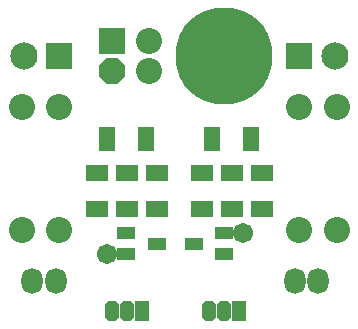
<source format=gts>
G04*
G04 #@! TF.GenerationSoftware,Altium Limited,Altium Designer,18.1.6 (161)*
G04*
G04 Layer_Color=8388736*
%FSLAX44Y44*%
%MOMM*%
G71*
G01*
G75*
%ADD18R,1.8542X1.4732*%
%ADD19R,1.6032X1.0032*%
%ADD20R,1.4732X2.1032*%
%ADD21R,1.2032X1.7032*%
G04:AMPARAMS|DCode=22|XSize=1.2032mm|YSize=1.7032mm|CornerRadius=0mm|HoleSize=0mm|Usage=FLASHONLY|Rotation=180.000|XOffset=0mm|YOffset=0mm|HoleType=Round|Shape=Octagon|*
%AMOCTAGOND22*
4,1,8,0.3008,-0.8516,-0.3008,-0.8516,-0.6016,-0.5508,-0.6016,0.5508,-0.3008,0.8516,0.3008,0.8516,0.6016,0.5508,0.6016,-0.5508,0.3008,-0.8516,0.0*
%
%ADD22OCTAGOND22*%

%ADD23O,1.8032X2.2032*%
%ADD24R,2.2032X2.2032*%
%ADD25P,2.3848X8X292.5*%
%ADD26R,2.3032X2.3032*%
%ADD27C,2.3032*%
%ADD28C,2.2032*%
%ADD29C,8.2032*%
%ADD30C,1.7032*%
D18*
X234950Y124460D02*
D03*
Y154940D02*
D03*
X209550Y124460D02*
D03*
Y154940D02*
D03*
X184150Y124460D02*
D03*
Y154940D02*
D03*
X146050Y124460D02*
D03*
Y154940D02*
D03*
X120650Y124460D02*
D03*
Y154940D02*
D03*
X95250Y124460D02*
D03*
Y154940D02*
D03*
D19*
X177500Y95250D02*
D03*
X203500Y104250D02*
D03*
Y86250D02*
D03*
X146350Y95250D02*
D03*
X120350Y86250D02*
D03*
Y104250D02*
D03*
D20*
X193050Y184150D02*
D03*
X226050D02*
D03*
X137150D02*
D03*
X104150D02*
D03*
D21*
X215900Y38100D02*
D03*
X133350D02*
D03*
D22*
X203200D02*
D03*
X190500D02*
D03*
X120650D02*
D03*
X107950D02*
D03*
D23*
X263050Y63500D02*
D03*
X283050D02*
D03*
X60800D02*
D03*
X40800D02*
D03*
D24*
X107950Y266700D02*
D03*
D25*
Y241300D02*
D03*
D26*
X266700Y254000D02*
D03*
X63500D02*
D03*
D27*
X296780D02*
D03*
X33420D02*
D03*
D28*
X298450Y107000D02*
D03*
Y210500D02*
D03*
X266700Y107000D02*
D03*
Y210500D02*
D03*
X63500Y107000D02*
D03*
Y210500D02*
D03*
X31750Y107000D02*
D03*
Y210500D02*
D03*
X139700Y241300D02*
D03*
Y266700D02*
D03*
D29*
X203200Y254000D02*
D03*
D30*
X104140Y86360D02*
D03*
X219600Y104250D02*
D03*
M02*

</source>
